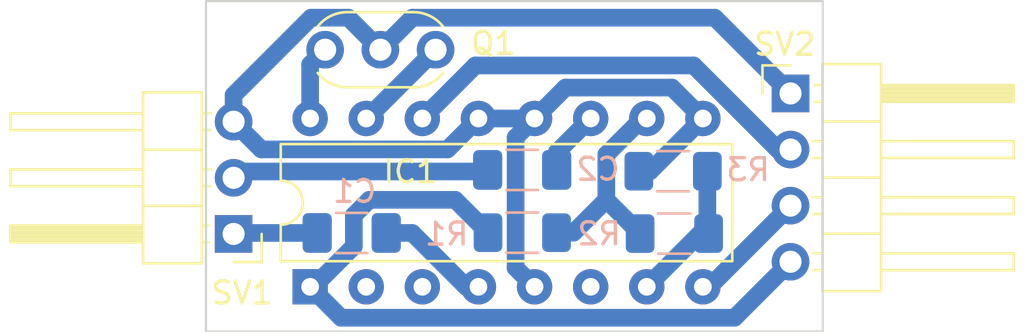
<source format=kicad_pcb>
(kicad_pcb (version 20221018) (generator pcbnew)
  (layers (0 "F.Cu" signal) (31 "B.Cu" signal) (34 "B.Paste" user) (35 "F.Paste" user) (36 "B.SilkS" user "B.Silkscreen") (37 "F.SilkS" user "F.Silkscreen") (38 "B.Mask" user) (39 "F.Mask" user) (44 "Edge.Cuts" user))
  (net 0 "")
  (net 1 "Net-(IC1-RXA)")
  (net 2 "Net-(C1-Pad2)")
  (net 3 "Net-(IC1-TXA)")
  (net 4 "Net-(C2-Pad2)")
  (net 5 "+5V")
  (net 8 "GND")
  (net 10 "Net-(IC1-RXB)")
  (net 11 "Net-(IC1-RXD)")
  (net 12 "Net-(IC1-CDL)")
  (net 13 "Net-(IC1-TXD)")
  (net 14 "Net-(IC1-OSC1)")
  (net 15 "Net-(IC1-OSC2)")
  (footprint "Connector_PinHeader_2.54mm:PinHeader_1x04_P2.54mm_Horizontal" (layer "F.Cu") (at 128.988237 68.191996)
    (fp_text reference "SV2" (at -0.263141 -2.229951) (layer "F.SilkS"))
    (fp_text value "MA04-1" hide)
    (fp_line (start -1.27 -1.27) (end 0 -1.27) (stroke (width 0.12)) (layer "F.SilkS"))
    (fp_line (start -1.27 0) (end -1.27 -1.27) (stroke (width 0.12)) (layer "F.SilkS"))
    (fp_line (start 1.042929 2.16) (end 1.44 2.16) (stroke (width 0.12)) (layer "F.SilkS"))
    (fp_line (start 1.042929 2.92) (end 1.44 2.92) (stroke (width 0.12)) (layer "F.SilkS"))
    (fp_line (start 1.042929 4.7) (end 1.44 4.7) (stroke (width 0.12)) (layer "F.SilkS"))
    (fp_line (start 1.042929 5.46) (end 1.44 5.46) (stroke (width 0.12)) (layer "F.SilkS"))
    (fp_line (start 1.042929 7.24) (end 1.44 7.24) (stroke (width 0.12)) (layer "F.SilkS"))
    (fp_line (start 1.042929 8) (end 1.44 8) (stroke (width 0.12)) (layer "F.SilkS"))
    (fp_line (start 1.11 -0.38) (end 1.44 -0.38) (stroke (width 0.12)) (layer "F.SilkS"))
    (fp_line (start 1.11 0.38) (end 1.44 0.38) (stroke (width 0.12)) (layer "F.SilkS"))
    (fp_line (start 1.44 -1.33) (end 1.44 8.95) (stroke (width 0.12)) (layer "F.SilkS"))
    (fp_line (start 1.44 1.27) (end 4.1 1.27) (stroke (width 0.12)) (layer "F.SilkS"))
    (fp_line (start 1.44 3.81) (end 4.1 3.81) (stroke (width 0.12)) (layer "F.SilkS"))
    (fp_line (start 1.44 6.35) (end 4.1 6.35) (stroke (width 0.12)) (layer "F.SilkS"))
    (fp_line (start 1.44 8.95) (end 4.1 8.95) (stroke (width 0.12)) (layer "F.SilkS"))
    (fp_line (start 4.1 -1.33) (end 1.44 -1.33) (stroke (width 0.12)) (layer "F.SilkS"))
    (fp_line (start 4.1 -0.38) (end 10.1 -0.38) (stroke (width 0.12)) (layer "F.SilkS"))
    (fp_line (start 4.1 -0.32) (end 10.1 -0.32) (stroke (width 0.12)) (layer "F.SilkS"))
    (fp_line (start 4.1 -0.2) (end 10.1 -0.2) (stroke (width 0.12)) (layer "F.SilkS"))
    (fp_line (start 4.1 -0.08) (end 10.1 -0.08) (stroke (width 0.12)) (layer "F.SilkS"))
    (fp_line (start 4.1 0.04) (end 10.1 0.04) (stroke (width 0.12)) (layer "F.SilkS"))
    (fp_line (start 4.1 0.16) (end 10.1 0.16) (stroke (width 0.12)) (layer "F.SilkS"))
    (fp_line (start 4.1 0.28) (end 10.1 0.28) (stroke (width 0.12)) (layer "F.SilkS"))
    (fp_line (start 4.1 2.16) (end 10.1 2.16) (stroke (width 0.12)) (layer "F.SilkS"))
    (fp_line (start 4.1 4.7) (end 10.1 4.7) (stroke (width 0.12)) (layer "F.SilkS"))
    (fp_line (start 4.1 7.24) (end 10.1 7.24) (stroke (width 0.12)) (layer "F.SilkS"))
    (fp_line (start 4.1 8.95) (end 4.1 -1.33) (stroke (width 0.12)) (layer "F.SilkS"))
    (fp_line (start 10.1 -0.38) (end 10.1 0.38) (stroke (width 0.12)) (layer "F.SilkS"))
    (fp_line (start 10.1 0.38) (end 4.1 0.38) (stroke (width 0.12)) (layer "F.SilkS"))
    (fp_line (start 10.1 2.16) (end 10.1 2.92) (stroke (width 0.12)) (layer "F.SilkS"))
    (fp_line (start 10.1 2.92) (end 4.1 2.92) (stroke (width 0.12)) (layer "F.SilkS"))
    (fp_line (start 10.1 4.7) (end 10.1 5.46) (stroke (width 0.12)) (layer "F.SilkS"))
    (fp_line (start 10.1 5.46) (end 4.1 5.46) (stroke (width 0.12)) (layer "F.SilkS"))
    (fp_line (start 10.1 7.24) (end 10.1 8) (stroke (width 0.12)) (layer "F.SilkS"))
    (fp_line (start 10.1 8) (end 4.1 8) (stroke (width 0.12)) (layer "F.SilkS"))
    (pad "1" thru_hole rect (at 0 0) (size 1.7 1.7) (drill 1) (layers "*.Cu" "*.Mask") (net 8 "GND"))
    (pad "2" thru_hole oval (at 0 2.54) (size 1.7 1.7) (drill 1) (layers "*.Cu" "*.Mask") (net 13 "Net-(IC1-TXD)"))
    (pad "3" thru_hole oval (at 0 5.08) (size 1.7 1.7) (drill 1) (layers "*.Cu" "*.Mask") (net 11 "Net-(IC1-RXD)"))
    (pad "4" thru_hole oval (at 0 7.62) (size 1.7 1.7) (drill 1) (layers "*.Cu" "*.Mask") (net 5 "+5V"))
  )
  (footprint "Package_DIP:DIP-16_W7.62mm" (layer "F.Cu") (at 107.2409 76.9458 90)
    (fp_text reference "IC1" (at 5.21296 4.537451) (layer "F.SilkS"))
    (fp_text value "TCM3105" hide)
    (fp_line (start 1.16 -1.33) (end 1.16 19.11) (stroke (width 0.12)) (layer "F.SilkS"))
    (fp_line (start 1.16 19.11) (end 6.46 19.11) (stroke (width 0.12)) (layer "F.SilkS"))
    (fp_line (start 2.81 -1.33) (end 1.16 -1.33) (stroke (width 0.12)) (layer "F.SilkS"))
    (fp_line (start 6.46 -1.33) (end 4.81 -1.33) (stroke (width 0.12)) (layer "F.SilkS"))
    (fp_line (start 6.46 19.11) (end 6.46 -1.33) (stroke (width 0.12)) (layer "F.SilkS"))
    (fp_arc (start 4.81 -1.33) (mid 3.81 -0.33) (end 2.81 -1.33) (stroke (width 0.12)) (layer "F.SilkS"))
    (pad "1" thru_hole rect (at 0 0 90) (size 1.6 1.6) (drill 0.8) (layers "*.Cu" "*.Mask") (net 5 "+5V"))
    (pad "2" thru_hole oval (at 0 2.54 90) (size 1.6 1.6) (drill 0.8) (layers "*.Cu" "*.Mask"))
    (pad "3" thru_hole oval (at 0 5.08 90) (size 1.6 1.6) (drill 0.8) (layers "*.Cu" "*.Mask"))
    (pad "4" thru_hole oval (at 0 7.62 90) (size 1.6 1.6) (drill 0.8) (layers "*.Cu" "*.Mask") (net 1 "Net-(IC1-RXA)"))
    (pad "5" thru_hole oval (at 0 10.16 90) (size 1.6 1.6) (drill 0.8) (layers "*.Cu" "*.Mask") (net 8 "GND"))
    (pad "6" thru_hole oval (at 0 12.7 90) (size 1.6 1.6) (drill 0.8) (layers "*.Cu" "*.Mask"))
    (pad "7" thru_hole oval (at 0 15.24 90) (size 1.6 1.6) (drill 0.8) (layers "*.Cu" "*.Mask") (net 10 "Net-(IC1-RXB)"))
    (pad "8" thru_hole oval (at 0 17.78 90) (size 1.6 1.6) (drill 0.8) (layers "*.Cu" "*.Mask") (net 11 "Net-(IC1-RXD)"))
    (pad "9" thru_hole oval (at 7.62 17.78 90) (size 1.6 1.6) (drill 0.8) (layers "*.Cu" "*.Mask") (net 8 "GND"))
    (pad "10" thru_hole oval (at 7.62 15.24 90) (size 1.6 1.6) (drill 0.8) (layers "*.Cu" "*.Mask") (net 12 "Net-(IC1-CDL)"))
    (pad "11" thru_hole oval (at 7.62 12.7 90) (size 1.6 1.6) (drill 0.8) (layers "*.Cu" "*.Mask") (net 3 "Net-(IC1-TXA)"))
    (pad "12" thru_hole oval (at 7.62 10.16 90) (size 1.6 1.6) (drill 0.8) (layers "*.Cu" "*.Mask") (net 8 "GND"))
    (pad "13" thru_hole oval (at 7.62 7.62 90) (size 1.6 1.6) (drill 0.8) (layers "*.Cu" "*.Mask") (net 8 "GND"))
    (pad "14" thru_hole oval (at 7.62 5.08 90) (size 1.6 1.6) (drill 0.8) (layers "*.Cu" "*.Mask") (net 13 "Net-(IC1-TXD)"))
    (pad "15" thru_hole oval (at 7.62 2.54 90) (size 1.6 1.6) (drill 0.8) (layers "*.Cu" "*.Mask") (net 14 "Net-(IC1-OSC1)"))
    (pad "16" thru_hole oval (at 7.62 0 90) (size 1.6 1.6) (drill 0.8) (layers "*.Cu" "*.Mask") (net 15 "Net-(IC1-OSC2)"))
  )
  (footprint "Connector_PinHeader_2.54mm:PinHeader_1x03_P2.54mm_Horizontal" (layer "F.Cu") (at 103.777126 74.55217 180)
    (fp_text reference "SV1" (at -0.385695 -2.671212) (layer "F.SilkS"))
    (fp_text value "MA03-1" hide)
    (fp_line (start -1.27 -1.27) (end 0 -1.27) (stroke (width 0.12)) (layer "F.SilkS"))
    (fp_line (start -1.27 0) (end -1.27 -1.27) (stroke (width 0.12)) (layer "F.SilkS"))
    (fp_line (start 1.042929 2.16) (end 1.44 2.16) (stroke (width 0.12)) (layer "F.SilkS"))
    (fp_line (start 1.042929 2.92) (end 1.44 2.92) (stroke (width 0.12)) (layer "F.SilkS"))
    (fp_line (start 1.042929 4.7) (end 1.44 4.7) (stroke (width 0.12)) (layer "F.SilkS"))
    (fp_line (start 1.042929 5.46) (end 1.44 5.46) (stroke (width 0.12)) (layer "F.SilkS"))
    (fp_line (start 1.11 -0.38) (end 1.44 -0.38) (stroke (width 0.12)) (layer "F.SilkS"))
    (fp_line (start 1.11 0.38) (end 1.44 0.38) (stroke (width 0.12)) (layer "F.SilkS"))
    (fp_line (start 1.44 -1.33) (end 1.44 6.41) (stroke (width 0.12)) (layer "F.SilkS"))
    (fp_line (start 1.44 1.27) (end 4.1 1.27) (stroke (width 0.12)) (layer "F.SilkS"))
    (fp_line (start 1.44 3.81) (end 4.1 3.81) (stroke (width 0.12)) (layer "F.SilkS"))
    (fp_line (start 1.44 6.41) (end 4.1 6.41) (stroke (width 0.12)) (layer "F.SilkS"))
    (fp_line (start 4.1 -1.33) (end 1.44 -1.33) (stroke (width 0.12)) (layer "F.SilkS"))
    (fp_line (start 4.1 -0.38) (end 10.1 -0.38) (stroke (width 0.12)) (layer "F.SilkS"))
    (fp_line (start 4.1 -0.32) (end 10.1 -0.32) (stroke (width 0.12)) (layer "F.SilkS"))
    (fp_line (start 4.1 -0.2) (end 10.1 -0.2) (stroke (width 0.12)) (layer "F.SilkS"))
    (fp_line (start 4.1 -0.08) (end 10.1 -0.08) (stroke (width 0.12)) (layer "F.SilkS"))
    (fp_line (start 4.1 0.04) (end 10.1 0.04) (stroke (width 0.12)) (layer "F.SilkS"))
    (fp_line (start 4.1 0.16) (end 10.1 0.16) (stroke (width 0.12)) (layer "F.SilkS"))
    (fp_line (start 4.1 0.28) (end 10.1 0.28) (stroke (width 0.12)) (layer "F.SilkS"))
    (fp_line (start 4.1 2.16) (end 10.1 2.16) (stroke (width 0.12)) (layer "F.SilkS"))
    (fp_line (start 4.1 4.7) (end 10.1 4.7) (stroke (width 0.12)) (layer "F.SilkS"))
    (fp_line (start 4.1 6.41) (end 4.1 -1.33) (stroke (width 0.12)) (layer "F.SilkS"))
    (fp_line (start 10.1 -0.38) (end 10.1 0.38) (stroke (width 0.12)) (layer "F.SilkS"))
    (fp_line (start 10.1 0.38) (end 4.1 0.38) (stroke (width 0.12)) (layer "F.SilkS"))
    (fp_line (start 10.1 2.16) (end 10.1 2.92) (stroke (width 0.12)) (layer "F.SilkS"))
    (fp_line (start 10.1 2.92) (end 4.1 2.92) (stroke (width 0.12)) (layer "F.SilkS"))
    (fp_line (start 10.1 4.7) (end 10.1 5.46) (stroke (width 0.12)) (layer "F.SilkS"))
    (fp_line (start 10.1 5.46) (end 4.1 5.46) (stroke (width 0.12)) (layer "F.SilkS"))
    (pad "1" thru_hole rect (at 0 0 180) (size 1.7 1.7) (drill 1) (layers "*.Cu" "*.Mask") (net 2 "Net-(C1-Pad2)"))
    (pad "2" thru_hole oval (at 0 2.54 180) (size 1.7 1.7) (drill 1) (layers "*.Cu" "*.Mask") (net 4 "Net-(C2-Pad2)"))
    (pad "3" thru_hole oval (at 0 5.08 180) (size 1.7 1.7) (drill 1) (layers "*.Cu" "*.Mask") (net 8 "GND"))
  )
  (footprint "Crystal:Resonator-3Pin_W6.0mm_H3.0mm" (layer "F.Cu") (at 112.920606 66.213256 180)
    (fp_text reference "Q1" (at -2.608852 0.292167 180) (layer "F.SilkS"))
    (fp_text value "CSTLS_G" hide)
    (fp_line (start 1 -1.7) (end 4 -1.7) (stroke (width 0.12)) (layer "F.SilkS"))
    (fp_line (start 1 1.7) (end 4 1.7) (stroke (width 0.12)) (layer "F.SilkS"))
    (fp_arc (start -0.33779 -1.048961) (mid 0.256102 -1.5286) (end 1 -1.7) (stroke (width 0.12)) (layer "F.SilkS"))
    (fp_arc (start 1 1.7) (mid 0.256103 1.5286) (end -0.33779 1.048961) (stroke (width 0.12)) (layer "F.SilkS"))
    (fp_arc (start 4 -1.7) (mid 4.743897 -1.5286) (end 5.33779 -1.048961) (stroke (width 0.12)) (layer "F.SilkS"))
    (fp_arc (start 5.33779 1.048961) (mid 4.743898 1.5286) (end 4 1.7) (stroke (width 0.12)) (layer "F.SilkS"))
    (pad "1" thru_hole circle (at 0 0 180) (size 1.7 1.7) (drill 1) (layers "*.Cu" "*.Mask") (net 14 "Net-(IC1-OSC1)"))
    (pad "2" thru_hole circle (at 2.5 0 180) (size 1.7 1.7) (drill 1) (layers "*.Cu" "*.Mask") (net 8 "GND"))
    (pad "3" thru_hole circle (at 5 0 180) (size 1.7 1.7) (drill 1) (layers "*.Cu" "*.Mask") (net 15 "Net-(IC1-OSC2)"))
  )
  (footprint "Resistor_SMD:R_1206_3216Metric_Pad1.30x1.75mm_HandSolder" (layer "B.Cu") (at 123.728869 74.536201 180)
    (fp_text reference "R2" (at 3.407449 -0.010102) (layer "B.SilkS") (effects (justify mirror)))
    (fp_text value "5k6" hide)
    (fp_line (start -0.727064 -0.91) (end 0.727064 -0.91) (stroke (width 0.12)) (layer "B.SilkS"))
    (fp_line (start -0.727064 0.91) (end 0.727064 0.91) (stroke (width 0.12)) (layer "B.SilkS"))
    (pad "1" smd roundrect (at -1.55 0 180) (size 1.3 1.75) (layers "B.Cu" "B.Paste" "B.Mask") (roundrect_rratio 0.1923076923) (net 10 "Net-(IC1-RXB)"))
    (pad "2" smd roundrect (at 1.55 0 180) (size 1.3 1.75) (layers "B.Cu" "B.Paste" "B.Mask") (roundrect_rratio 0.1923076923) (net 12 "Net-(IC1-CDL)"))
  )
  (footprint "Resistor_SMD:R_1206_3216Metric_Pad1.30x1.75mm_HandSolder" (layer "B.Cu") (at 116.844261 74.494432 180)
    (fp_text reference "R1" (at 3.420492 -0.061522) (layer "B.SilkS") (effects (justify mirror)))
    (fp_text value "18k" hide)
    (fp_line (start -0.727064 -0.91) (end 0.727064 -0.91) (stroke (width 0.12)) (layer "B.SilkS"))
    (fp_line (start -0.727064 0.91) (end 0.727064 0.91) (stroke (width 0.12)) (layer "B.SilkS"))
    (pad "1" smd roundrect (at -1.55 0 180) (size 1.3 1.75) (layers "B.Cu" "B.Paste" "B.Mask") (roundrect_rratio 0.1923076923) (net 12 "Net-(IC1-CDL)"))
    (pad "2" smd roundrect (at 1.55 0 180) (size 1.3 1.75) (layers "B.Cu" "B.Paste" "B.Mask") (roundrect_rratio 0.1923076923) (net 5 "+5V"))
  )
  (footprint "Resistor_SMD:R_1206_3216Metric_Pad1.30x1.75mm_HandSolder" (layer "B.Cu") (at 123.672402 71.712894)
    (fp_text reference "R3" (at 3.39505 -0.065852 -360) (layer "B.SilkS") (effects (justify mirror)))
    (fp_text value "33k" hide)
    (fp_line (start -0.727064 -0.91) (end 0.727064 -0.91) (stroke (width 0.12)) (layer "B.SilkS"))
    (fp_line (start -0.727064 0.91) (end 0.727064 0.91) (stroke (width 0.12)) (layer "B.SilkS"))
    (pad "1" smd roundrect (at -1.55 0) (size 1.3 1.75) (layers "B.Cu" "B.Paste" "B.Mask") (roundrect_rratio 0.1923076923) (net 8 "GND"))
    (pad "2" smd roundrect (at 1.55 0) (size 1.3 1.75) (layers "B.Cu" "B.Paste" "B.Mask") (roundrect_rratio 0.1923076923) (net 10 "Net-(IC1-RXB)"))
  )
  (footprint "Capacitor_SMD:C_1206_3216Metric_Pad1.33x1.80mm_HandSolder" (layer "B.Cu") (at 116.84 71.653941 180)
    (fp_text reference "C2" (at -3.436808 0.03428) (layer "B.SilkS") (effects (justify mirror)))
    (fp_text value "100n")
    (fp_line (start -0.711252 -0.91) (end 0.711252 -0.91) (stroke (width 0.12)) (layer "B.SilkS"))
    (fp_line (start -0.711252 0.91) (end 0.711252 0.91) (stroke (width 0.12)) (layer "B.SilkS"))
    (pad "1" smd roundrect (at -1.5625 0 180) (size 1.325 1.8) (layers "B.Cu" "B.Paste" "B.Mask") (roundrect_rratio 0.1886792453) (net 3 "Net-(IC1-TXA)"))
    (pad "2" smd roundrect (at 1.5625 0 180) (size 1.325 1.8) (layers "B.Cu" "B.Paste" "B.Mask") (roundrect_rratio 0.1886792453) (net 4 "Net-(C2-Pad2)"))
  )
  (footprint "Capacitor_SMD:C_1206_3216Metric_Pad1.33x1.80mm_HandSolder" (layer "B.Cu") (at 109.12269 74.507968 180)
    (fp_text reference "C1" (at -0.132226 1.882419) (layer "B.SilkS") (effects (justify mirror)))
    (fp_text value "100n")
    (fp_line (start -0.711252 -0.91) (end 0.711252 -0.91) (stroke (width 0.12)) (layer "B.SilkS"))
    (fp_line (start -0.711252 0.91) (end 0.711252 0.91) (stroke (width 0.12)) (layer "B.SilkS"))
    (pad "1" smd roundrect (at -1.5625 0 180) (size 1.325 1.8) (layers "B.Cu" "B.Paste" "B.Mask") (roundrect_rratio 0.1886792453) (net 1 "Net-(IC1-RXA)"))
    (pad "2" smd roundrect (at 1.5625 0 180) (size 1.325 1.8) (layers "B.Cu" "B.Paste" "B.Mask") (roundrect_rratio 0.1886792453) (net 2 "Net-(C1-Pad2)"))
  )
  (gr_rect (start 102.526271 64.01221) (end 130.445778 78.969154) (stroke (width 0.1)) (fill none) (layer "Edge.Cuts"))
  (segment (start 111.862967 74.507968) (end 114.300799 76.9458) (width 0.8) (layer "B.Cu") (net 1))
  (segment (start 110.68519 74.507968) (end 111.862967 74.507968) (width 0.8) (layer "B.Cu") (net 1))
  (segment (start 114.300799 76.9458) (end 114.8609 76.9458) (width 0.8) (layer "B.Cu") (net 1))
  (segment (start 103.821328 74.507968) (end 103.777126 74.55217) (width 0.8) (layer "B.Cu") (net 2))
  (segment (start 107.56019 74.507968) (end 103.821328 74.507968) (width 0.8) (layer "B.Cu") (net 2))
  (segment (start 118.4025 70.8642) (end 119.9409 69.3258) (width 0.8) (layer "B.Cu") (net 3))
  (segment (start 118.4025 71.653941) (end 118.4025 70.8642) (width 0.8) (layer "B.Cu") (net 3))
  (segment (start 104.063495 71.725801) (end 103.777126 72.01217) (width 0.8) (layer "B.Cu") (net 4))
  (segment (start 115.2775 71.653941) (end 115.20564 71.725801) (width 0.8) (layer "B.Cu") (net 4))
  (segment (start 115.20564 71.725801) (end 104.063495 71.725801) (width 0.8) (layer "B.Cu") (net 4))
  (segment (start 109.22 73.708576) (end 109.920608 73.007968) (width 0.8) (layer "B.Cu") (net 5))
  (segment (start 108.6409 78.3458) (end 126.454433 78.3458) (width 0.8) (layer "B.Cu") (net 5))
  (segment (start 107.2409 76.9458) (end 108.6409 78.3458) (width 0.8) (layer "B.Cu") (net 5))
  (segment (start 109.22 75.11274) (end 109.22 73.708576) (width 0.8) (layer "B.Cu") (net 5))
  (segment (start 107.38694 76.9458) (end 109.22 75.11274) (width 0.8) (layer "B.Cu") (net 5))
  (segment (start 113.807797 73.007968) (end 115.294261 74.494432) (width 0.8) (layer "B.Cu") (net 5))
  (segment (start 107.2409 76.9458) (end 107.38694 76.9458) (width 0.8) (layer "B.Cu") (net 5))
  (segment (start 109.920608 73.007968) (end 113.807797 73.007968) (width 0.8) (layer "B.Cu") (net 5))
  (segment (start 126.454433 78.3458) (end 128.988237 75.811996) (width 0.8) (layer "B.Cu") (net 5))
  (segment (start 108.970606 64.763256) (end 110.420606 66.213256) (width 0.8) (layer "B.Cu") (net 8))
  (segment (start 117.4009 69.3258) (end 116.544261 70.182439) (width 0.8) (layer "B.Cu") (net 8))
  (segment (start 103.777126 69.47217) (end 103.777126 68.270089) (width 0.8) (layer "B.Cu") (net 8))
  (segment (start 116.544261 70.182439) (end 116.544261 76.089161) (width 0.8) (layer "B.Cu") (net 8))
  (segment (start 117.4009 69.3258) (end 118.8009 67.9258) (width 0.8) (layer "B.Cu") (net 8))
  (segment (start 103.777126 69.47217) (end 105.030756 70.7258) (width 0.8) (layer "B.Cu") (net 8))
  (segment (start 110.420606 66.213256) (end 111.870606 64.763256) (width 0.8) (layer "B.Cu") (net 8))
  (segment (start 103.777126 68.270089) (end 107.283959 64.763256) (width 0.8) (layer "B.Cu") (net 8))
  (segment (start 114.8609 69.3258) (end 116.84 69.3258) (width 0.8) (layer "B.Cu") (net 8))
  (segment (start 125.559497 64.763256) (end 128.988237 68.191996) (width 0.8) (layer "B.Cu") (net 8))
  (segment (start 118.8009 67.9258) (end 123.6209 67.9258) (width 0.8) (layer "B.Cu") (net 8))
  (segment (start 123.6209 67.9258) (end 125.0209 69.3258) (width 0.8) (layer "B.Cu") (net 8))
  (segment (start 116.84 69.3258) (end 117.4009 69.3258) (width 0.8) (layer "B.Cu") (net 8))
  (segment (start 122.633806 71.712894) (end 125.0209 69.3258) (width 0.8) (layer "B.Cu") (net 8))
  (segment (start 113.4609 70.7258) (end 114.8609 69.3258) (width 0.8) (layer "B.Cu") (net 8))
  (segment (start 116.544261 76.089161) (end 117.4009 76.9458) (width 0.8) (layer "B.Cu") (net 8))
  (segment (start 107.283959 64.763256) (end 108.970606 64.763256) (width 0.8) (layer "B.Cu") (net 8))
  (segment (start 122.122402 71.712894) (end 122.633806 71.712894) (width 0.8) (layer "B.Cu") (net 8))
  (segment (start 111.870606 64.763256) (end 125.559497 64.763256) (width 0.8) (layer "B.Cu") (net 8))
  (segment (start 105.030756 70.7258) (end 113.4609 70.7258) (width 0.8) (layer "B.Cu") (net 8))
  (segment (start 125.222402 74.479734) (end 125.278869 74.536201) (width 0.8) (layer "B.Cu") (net 10))
  (segment (start 125.278869 74.536201) (end 124.890499 74.536201) (width 0.8) (layer "B.Cu") (net 10))
  (segment (start 124.890499 74.536201) (end 122.4809 76.9458) (width 0.8) (layer "B.Cu") (net 10))
  (segment (start 125.222402 71.712894) (end 125.222402 74.479734) (width 0.8) (layer "B.Cu") (net 10))
  (segment (start 125.314433 76.9458) (end 128.988237 73.271996) (width 0.8) (layer "B.Cu") (net 11))
  (segment (start 125.0209 76.9458) (end 125.314433 76.9458) (width 0.8) (layer "B.Cu") (net 11))
  (segment (start 118.394261 74.494432) (end 119.1629 74.494432) (width 0.8) (layer "B.Cu") (net 12))
  (segment (start 122.178869 74.536201) (end 120.65 73.007332) (width 0.8) (layer "B.Cu") (net 12))
  (segment (start 120.65 70.958214) (end 120.65 73.007332) (width 0.8) (layer "B.Cu") (net 12))
  (segment (start 122.4809 69.3258) (end 122.282414 69.3258) (width 0.8) (layer "B.Cu") (net 12))
  (segment (start 122.282414 69.3258) (end 120.65 70.958214) (width 0.8) (layer "B.Cu") (net 12))
  (segment (start 119.1629 74.494432) (end 120.65 73.007332) (width 0.8) (layer "B.Cu") (net 12))
  (segment (start 114.7209 66.9258) (end 112.3209 69.3258) (width 0.8) (layer "B.Cu") (net 13))
  (segment (start 124.600799 66.9258) (end 128.406995 70.731996) (width 0.8) (layer "B.Cu") (net 13))
  (segment (start 128.406995 70.731996) (end 128.988237 70.731996) (width 0.8) (layer "B.Cu") (net 13))
  (segment (start 124.600799 66.9258) (end 114.7209 66.9258) (width 0.8) (layer "B.Cu") (net 13))
  (segment (start 109.808062 69.3258) (end 112.920606 66.213256) (width 0.8) (layer "B.Cu") (net 14))
  (segment (start 109.7809 69.3258) (end 109.808062 69.3258) (width 0.8) (layer "B.Cu") (net 14))
  (segment (start 107.912539 66.213256) (end 107.2409 66.884895) (width 0.8) (layer "B.Cu") (net 15))
  (segment (start 107.2409 66.884895) (end 107.2409 69.3258) (width 0.8) (layer "B.Cu") (net 15))
  (segment (start 107.920606 66.213256) (end 107.912539 66.213256) (width 0.8) (layer "B.Cu") (net 15))
)
</source>
